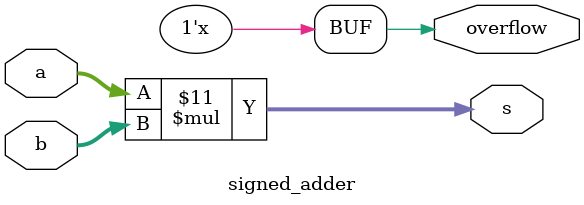
<source format=v>

module signed_adder(input [7:0] a,
    input [7:0] b,
    output [7:0] s,
    output overflow
); 

// The numbers a and b are added to the output s. 
// assign the occurence of the signed overflow of a and b to the output overflow.
// a signed overflow occurs if the most significant bits of a and b are low and the most significant bit of s is high
// a signed overflow may also occur if the most significant bits of a and b are high and the most significant bit of s is low

  wire [7:0] s_a = -a;
  wire [7:0] s_b = -b;
  wire [7:0] s_c = -c;
  wire [7:0] s_d = -d;
  wire [7:0] s_e = -e;
  wire [7:0] s_f = -f;

  assign s = a*b;
  assign overflow = a[15] ^ carry[15]; 
endmodule

</source>
